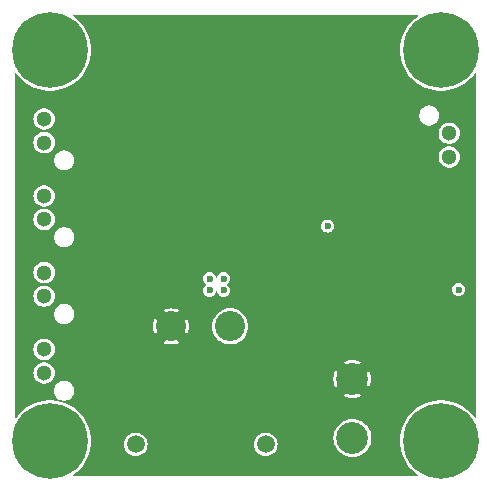
<source format=gbr>
%TF.GenerationSoftware,KiCad,Pcbnew,8.0.2*%
%TF.CreationDate,2024-05-06T11:08:47+09:00*%
%TF.ProjectId,5V-3A-BEC,35562d33-412d-4424-9543-2e6b69636164,0.1*%
%TF.SameCoordinates,Original*%
%TF.FileFunction,Copper,L5,Inr*%
%TF.FilePolarity,Positive*%
%FSLAX46Y46*%
G04 Gerber Fmt 4.6, Leading zero omitted, Abs format (unit mm)*
G04 Created by KiCad (PCBNEW 8.0.2) date 2024-05-06 11:08:47*
%MOMM*%
%LPD*%
G01*
G04 APERTURE LIST*
%TA.AperFunction,ComponentPad*%
%ADD10C,1.300000*%
%TD*%
%TA.AperFunction,ComponentPad*%
%ADD11C,0.800000*%
%TD*%
%TA.AperFunction,ComponentPad*%
%ADD12C,6.400000*%
%TD*%
%TA.AperFunction,ComponentPad*%
%ADD13C,2.550000*%
%TD*%
%TA.AperFunction,ComponentPad*%
%ADD14C,1.500000*%
%TD*%
%TA.AperFunction,ComponentPad*%
%ADD15C,2.700000*%
%TD*%
%TA.AperFunction,ViaPad*%
%ADD16C,0.600000*%
%TD*%
G04 APERTURE END LIST*
D10*
%TO.N,Net-(IC1-ENA)*%
%TO.C,J1*%
X134700000Y-113500000D03*
%TO.N,GND*%
X134700000Y-115500000D03*
%TD*%
%TO.N,GND*%
%TO.C,J6*%
X100400000Y-127300000D03*
%TO.N,+5V*%
X100400000Y-125300000D03*
%TD*%
D11*
%TO.N,N/C*%
%TO.C,H4*%
X131600000Y-106450001D03*
X132302944Y-104752945D03*
X132302944Y-108147057D03*
X134000000Y-104050001D03*
D12*
X134000000Y-106450001D03*
D11*
X134000000Y-108850001D03*
X135697056Y-104752945D03*
X135697056Y-108147057D03*
X136400000Y-106450001D03*
%TD*%
D10*
%TO.N,GND*%
%TO.C,J5*%
X100400000Y-120800000D03*
%TO.N,+5V*%
X100400000Y-118800000D03*
%TD*%
D11*
%TO.N,N/C*%
%TO.C,H1*%
X98500000Y-106450001D03*
X99202944Y-104752945D03*
X99202944Y-108147057D03*
X100900000Y-104050001D03*
D12*
X100900000Y-106450001D03*
D11*
X100900000Y-108850001D03*
X102597056Y-104752945D03*
X102597056Y-108147057D03*
X103300000Y-106450001D03*
%TD*%
D10*
%TO.N,GND*%
%TO.C,J7*%
X100400000Y-133800000D03*
%TO.N,+5V*%
X100400000Y-131800000D03*
%TD*%
D13*
%TO.N,GND*%
%TO.C,J2*%
X116150000Y-129850000D03*
%TO.N,+BATT*%
X111150000Y-129850000D03*
D14*
%TO.N,GND*%
X108150000Y-139850000D03*
X119150000Y-139850000D03*
%TD*%
D11*
%TO.N,N/C*%
%TO.C,H2*%
X98500000Y-139550001D03*
X99202944Y-137852945D03*
X99202944Y-141247057D03*
X100900000Y-137150001D03*
D12*
X100900000Y-139550001D03*
D11*
X100900000Y-141950001D03*
X102597056Y-137852945D03*
X102597056Y-141247057D03*
X103300000Y-139550001D03*
%TD*%
D15*
%TO.N,GND*%
%TO.C,J3*%
X126500000Y-139300000D03*
%TO.N,+BATT*%
X126500000Y-134300000D03*
%TD*%
D10*
%TO.N,GND*%
%TO.C,J4*%
X100400000Y-114300000D03*
%TO.N,+5V*%
X100400000Y-112300000D03*
%TD*%
D11*
%TO.N,N/C*%
%TO.C,H3*%
X131600000Y-139550001D03*
X132302944Y-137852945D03*
X132302944Y-141247057D03*
X134000000Y-137150001D03*
D12*
X134000000Y-139550001D03*
D11*
X134000000Y-141950001D03*
X135697056Y-137852945D03*
X135697056Y-141247057D03*
X136400000Y-139550001D03*
%TD*%
D16*
%TO.N,GND*%
X114400000Y-125800000D03*
X115600000Y-125800000D03*
X115600000Y-126800000D03*
X114400000Y-126800000D03*
%TO.N,+5V*%
X135500000Y-126750000D03*
%TO.N,Net-(IC1-ENA)*%
X124400000Y-121350000D03*
%TD*%
%TA.AperFunction,Conductor*%
%TO.N,+BATT*%
G36*
X132060948Y-103514853D02*
G01*
X132075300Y-103549501D01*
X132060948Y-103584149D01*
X132055956Y-103588507D01*
X131760319Y-103813245D01*
X131760315Y-103813248D01*
X131760308Y-103813254D01*
X131488367Y-104070851D01*
X131488357Y-104070861D01*
X131245853Y-104356360D01*
X131035643Y-104666395D01*
X131035639Y-104666403D01*
X130860176Y-104997362D01*
X130860174Y-104997367D01*
X130721524Y-105345352D01*
X130721521Y-105345361D01*
X130621309Y-105706293D01*
X130560706Y-106075958D01*
X130560705Y-106075962D01*
X130540426Y-106449999D01*
X130540426Y-106450002D01*
X130560705Y-106824039D01*
X130560705Y-106824041D01*
X130560706Y-106824047D01*
X130609188Y-107119775D01*
X130621309Y-107193708D01*
X130721521Y-107554640D01*
X130721524Y-107554649D01*
X130860174Y-107902634D01*
X130860176Y-107902639D01*
X131035639Y-108233598D01*
X131035643Y-108233606D01*
X131245853Y-108543641D01*
X131488357Y-108829140D01*
X131488365Y-108829148D01*
X131760319Y-109086757D01*
X132058532Y-109313452D01*
X132058539Y-109313457D01*
X132240562Y-109422976D01*
X132379506Y-109506576D01*
X132506498Y-109565329D01*
X132719474Y-109663863D01*
X133074465Y-109783474D01*
X133074467Y-109783474D01*
X133366085Y-109847663D01*
X133440289Y-109863997D01*
X133440293Y-109863998D01*
X133440294Y-109863998D01*
X133440303Y-109864000D01*
X133812702Y-109904501D01*
X133812707Y-109904501D01*
X134187293Y-109904501D01*
X134187298Y-109904501D01*
X134559697Y-109864000D01*
X134925534Y-109783474D01*
X135280520Y-109663865D01*
X135280522Y-109663863D01*
X135280525Y-109663863D01*
X135366508Y-109624082D01*
X135620494Y-109506576D01*
X135941468Y-109313452D01*
X136239681Y-109086757D01*
X136511635Y-108829148D01*
X136754143Y-108543646D01*
X136859943Y-108387601D01*
X136891266Y-108366978D01*
X136927998Y-108374543D01*
X136948622Y-108405866D01*
X136949500Y-108415100D01*
X136949500Y-137584900D01*
X136935148Y-137619548D01*
X136900500Y-137633900D01*
X136865852Y-137619548D01*
X136859943Y-137612398D01*
X136754146Y-137456360D01*
X136511642Y-137170861D01*
X136511632Y-137170851D01*
X136239691Y-136913254D01*
X136239688Y-136913252D01*
X136239681Y-136913245D01*
X135941468Y-136686550D01*
X135941467Y-136686549D01*
X135941460Y-136686544D01*
X135620492Y-136493425D01*
X135280525Y-136336138D01*
X134925534Y-136216527D01*
X134925527Y-136216526D01*
X134559710Y-136136004D01*
X134559706Y-136136003D01*
X134559697Y-136136002D01*
X134187298Y-136095501D01*
X133812702Y-136095501D01*
X133502697Y-136129216D01*
X133440293Y-136136003D01*
X133440289Y-136136004D01*
X133074472Y-136216526D01*
X133074465Y-136216527D01*
X132719474Y-136336138D01*
X132379507Y-136493425D01*
X132058539Y-136686544D01*
X131904813Y-136803403D01*
X131760319Y-136913245D01*
X131760315Y-136913248D01*
X131760308Y-136913254D01*
X131488367Y-137170851D01*
X131488357Y-137170861D01*
X131245853Y-137456360D01*
X131035643Y-137766395D01*
X131035639Y-137766403D01*
X130860176Y-138097362D01*
X130860174Y-138097367D01*
X130721524Y-138445352D01*
X130721521Y-138445361D01*
X130621309Y-138806293D01*
X130603082Y-138917472D01*
X130567212Y-139136275D01*
X130560706Y-139175958D01*
X130560705Y-139175962D01*
X130540426Y-139549999D01*
X130540426Y-139550002D01*
X130560705Y-139924039D01*
X130560705Y-139924041D01*
X130560706Y-139924047D01*
X130609188Y-140219775D01*
X130621309Y-140293708D01*
X130721521Y-140654640D01*
X130721524Y-140654649D01*
X130860174Y-141002634D01*
X130860176Y-141002639D01*
X131035639Y-141333598D01*
X131035643Y-141333606D01*
X131245853Y-141643641D01*
X131488357Y-141929140D01*
X131488365Y-141929148D01*
X131760319Y-142186757D01*
X131970340Y-142346410D01*
X132055954Y-142411492D01*
X132074851Y-142443886D01*
X132065309Y-142480155D01*
X132032915Y-142499052D01*
X132026300Y-142499501D01*
X102873700Y-142499501D01*
X102839052Y-142485149D01*
X102824700Y-142450501D01*
X102839052Y-142415853D01*
X102844046Y-142411492D01*
X103139681Y-142186757D01*
X103411635Y-141929148D01*
X103654143Y-141643646D01*
X103864361Y-141333598D01*
X104039824Y-141002638D01*
X104178476Y-140654648D01*
X104278691Y-140293707D01*
X104339294Y-139924047D01*
X104343309Y-139849999D01*
X107140640Y-139849999D01*
X107140640Y-139850000D01*
X107160034Y-140046912D01*
X107160035Y-140046916D01*
X107217473Y-140236265D01*
X107248177Y-140293708D01*
X107310751Y-140410775D01*
X107436273Y-140563723D01*
X107436276Y-140563726D01*
X107589225Y-140689248D01*
X107589224Y-140689248D01*
X107589227Y-140689249D01*
X107589230Y-140689252D01*
X107763735Y-140782527D01*
X107953084Y-140839965D01*
X108150000Y-140859360D01*
X108346916Y-140839965D01*
X108536265Y-140782527D01*
X108710770Y-140689252D01*
X108863725Y-140563725D01*
X108989252Y-140410770D01*
X109082527Y-140236265D01*
X109139965Y-140046916D01*
X109159360Y-139850000D01*
X109159360Y-139849999D01*
X118140640Y-139849999D01*
X118140640Y-139850000D01*
X118160034Y-140046912D01*
X118160035Y-140046916D01*
X118217473Y-140236265D01*
X118248177Y-140293708D01*
X118310751Y-140410775D01*
X118436273Y-140563723D01*
X118436276Y-140563726D01*
X118589225Y-140689248D01*
X118589224Y-140689248D01*
X118589227Y-140689249D01*
X118589230Y-140689252D01*
X118763735Y-140782527D01*
X118953084Y-140839965D01*
X119150000Y-140859360D01*
X119346916Y-140839965D01*
X119536265Y-140782527D01*
X119710770Y-140689252D01*
X119863725Y-140563725D01*
X119989252Y-140410770D01*
X120082527Y-140236265D01*
X120139965Y-140046916D01*
X120159360Y-139850000D01*
X120139965Y-139653084D01*
X120082527Y-139463735D01*
X119995009Y-139300000D01*
X124890539Y-139300000D01*
X124910354Y-139551777D01*
X124969311Y-139797349D01*
X125065961Y-140030683D01*
X125065963Y-140030686D01*
X125197915Y-140246011D01*
X125197919Y-140246017D01*
X125361938Y-140438061D01*
X125509075Y-140563726D01*
X125553983Y-140602081D01*
X125553988Y-140602084D01*
X125769313Y-140734036D01*
X125769316Y-140734038D01*
X125769318Y-140734038D01*
X125769320Y-140734040D01*
X126002649Y-140830688D01*
X126248225Y-140889646D01*
X126500000Y-140909461D01*
X126751775Y-140889646D01*
X126997351Y-140830688D01*
X127230680Y-140734040D01*
X127446017Y-140602081D01*
X127638061Y-140438061D01*
X127802081Y-140246017D01*
X127934040Y-140030680D01*
X128030688Y-139797351D01*
X128089646Y-139551775D01*
X128109461Y-139300000D01*
X128089646Y-139048225D01*
X128030688Y-138802649D01*
X127934040Y-138569320D01*
X127802081Y-138353983D01*
X127778145Y-138325958D01*
X127638061Y-138161938D01*
X127446017Y-137997919D01*
X127446011Y-137997915D01*
X127230686Y-137865963D01*
X127230683Y-137865961D01*
X126997349Y-137769311D01*
X126751777Y-137710354D01*
X126500000Y-137690539D01*
X126248222Y-137710354D01*
X126002650Y-137769311D01*
X125769316Y-137865961D01*
X125769313Y-137865963D01*
X125553988Y-137997915D01*
X125553982Y-137997919D01*
X125361938Y-138161938D01*
X125197919Y-138353982D01*
X125197915Y-138353988D01*
X125065963Y-138569313D01*
X125065961Y-138569316D01*
X124969311Y-138802650D01*
X124910354Y-139048222D01*
X124890539Y-139300000D01*
X119995009Y-139300000D01*
X119989252Y-139289230D01*
X119989249Y-139289227D01*
X119989248Y-139289224D01*
X119863726Y-139136276D01*
X119863723Y-139136273D01*
X119710774Y-139010751D01*
X119710775Y-139010751D01*
X119710771Y-139010748D01*
X119710770Y-139010748D01*
X119536265Y-138917473D01*
X119441590Y-138888754D01*
X119346920Y-138860036D01*
X119346912Y-138860034D01*
X119150000Y-138840640D01*
X118953087Y-138860034D01*
X118953079Y-138860036D01*
X118763738Y-138917472D01*
X118763735Y-138917473D01*
X118763732Y-138917474D01*
X118763731Y-138917475D01*
X118589224Y-139010751D01*
X118436276Y-139136273D01*
X118436273Y-139136276D01*
X118310751Y-139289224D01*
X118217475Y-139463731D01*
X118217472Y-139463738D01*
X118160036Y-139653079D01*
X118160034Y-139653087D01*
X118140640Y-139849999D01*
X109159360Y-139849999D01*
X109139965Y-139653084D01*
X109082527Y-139463735D01*
X108989252Y-139289230D01*
X108989249Y-139289227D01*
X108989248Y-139289224D01*
X108863726Y-139136276D01*
X108863723Y-139136273D01*
X108710774Y-139010751D01*
X108710775Y-139010751D01*
X108710771Y-139010748D01*
X108710770Y-139010748D01*
X108536265Y-138917473D01*
X108441590Y-138888754D01*
X108346920Y-138860036D01*
X108346912Y-138860034D01*
X108150000Y-138840640D01*
X107953087Y-138860034D01*
X107953079Y-138860036D01*
X107763738Y-138917472D01*
X107763735Y-138917473D01*
X107763732Y-138917474D01*
X107763731Y-138917475D01*
X107589224Y-139010751D01*
X107436276Y-139136273D01*
X107436273Y-139136276D01*
X107310751Y-139289224D01*
X107217475Y-139463731D01*
X107217472Y-139463738D01*
X107160036Y-139653079D01*
X107160034Y-139653087D01*
X107140640Y-139849999D01*
X104343309Y-139849999D01*
X104359574Y-139550001D01*
X104339294Y-139175955D01*
X104278691Y-138806295D01*
X104178476Y-138445354D01*
X104039824Y-138097364D01*
X103864361Y-137766404D01*
X103864359Y-137766401D01*
X103864356Y-137766395D01*
X103654146Y-137456360D01*
X103411642Y-137170861D01*
X103411632Y-137170851D01*
X103139691Y-136913254D01*
X103139688Y-136913252D01*
X103139681Y-136913245D01*
X102841468Y-136686550D01*
X102841467Y-136686549D01*
X102841460Y-136686544D01*
X102520492Y-136493425D01*
X102180525Y-136336138D01*
X101825534Y-136216527D01*
X101825527Y-136216526D01*
X101459710Y-136136004D01*
X101459706Y-136136003D01*
X101459697Y-136136002D01*
X101087298Y-136095501D01*
X100712702Y-136095501D01*
X100402697Y-136129216D01*
X100340293Y-136136003D01*
X100340289Y-136136004D01*
X99974472Y-136216526D01*
X99974465Y-136216527D01*
X99619474Y-136336138D01*
X99279507Y-136493425D01*
X98958539Y-136686544D01*
X98804813Y-136803403D01*
X98660319Y-136913245D01*
X98660315Y-136913248D01*
X98660308Y-136913254D01*
X98388367Y-137170851D01*
X98388357Y-137170861D01*
X98145853Y-137456360D01*
X98040057Y-137612398D01*
X98008734Y-137633022D01*
X97972002Y-137625457D01*
X97951378Y-137594134D01*
X97950500Y-137584900D01*
X97950500Y-135216233D01*
X101249500Y-135216233D01*
X101249500Y-135383767D01*
X101271189Y-135492809D01*
X101282183Y-135548079D01*
X101282185Y-135548085D01*
X101346296Y-135702862D01*
X101439371Y-135842159D01*
X101557840Y-135960628D01*
X101697137Y-136053703D01*
X101851918Y-136117816D01*
X102016233Y-136150500D01*
X102016236Y-136150500D01*
X102183764Y-136150500D01*
X102183767Y-136150500D01*
X102348082Y-136117816D01*
X102502863Y-136053703D01*
X102642162Y-135960626D01*
X102760626Y-135842162D01*
X102853703Y-135702863D01*
X102917816Y-135548082D01*
X102950500Y-135383767D01*
X102950500Y-135216233D01*
X102917816Y-135051918D01*
X102853703Y-134897137D01*
X102786096Y-134795956D01*
X102760628Y-134757840D01*
X102642159Y-134639371D01*
X102502862Y-134546296D01*
X102348085Y-134482185D01*
X102348079Y-134482183D01*
X102281816Y-134469002D01*
X102183767Y-134449500D01*
X102016233Y-134449500D01*
X101934451Y-134465767D01*
X101851920Y-134482183D01*
X101851914Y-134482185D01*
X101697137Y-134546296D01*
X101557840Y-134639371D01*
X101439371Y-134757840D01*
X101346296Y-134897137D01*
X101282185Y-135051914D01*
X101282183Y-135051920D01*
X101273103Y-135097570D01*
X101249500Y-135216233D01*
X97950500Y-135216233D01*
X97950500Y-133800000D01*
X99490518Y-133800000D01*
X99510392Y-133989092D01*
X99569147Y-134169920D01*
X99664214Y-134334580D01*
X99791438Y-134475877D01*
X99945259Y-134587635D01*
X100118955Y-134664969D01*
X100304933Y-134704500D01*
X100495067Y-134704500D01*
X100681045Y-134664969D01*
X100854741Y-134587635D01*
X101008562Y-134475877D01*
X101135786Y-134334580D01*
X101155751Y-134300000D01*
X124895052Y-134300000D01*
X124914812Y-134551072D01*
X124973603Y-134795956D01*
X125068304Y-135024586D01*
X125068305Y-135024586D01*
X125617296Y-134475596D01*
X125634586Y-134562520D01*
X125702430Y-134726310D01*
X125800924Y-134873717D01*
X125926283Y-134999076D01*
X126073690Y-135097570D01*
X126237480Y-135165414D01*
X126324402Y-135182703D01*
X125775412Y-135731693D01*
X125775412Y-135731694D01*
X126004043Y-135826396D01*
X126248927Y-135885187D01*
X126500000Y-135904947D01*
X126751072Y-135885187D01*
X126995954Y-135826396D01*
X127224586Y-135731693D01*
X126675596Y-135182703D01*
X126762520Y-135165414D01*
X126926310Y-135097570D01*
X127073717Y-134999076D01*
X127199076Y-134873717D01*
X127297570Y-134726310D01*
X127365414Y-134562520D01*
X127382703Y-134475596D01*
X127931693Y-135024586D01*
X128026396Y-134795954D01*
X128085187Y-134551072D01*
X128104947Y-134300000D01*
X128085187Y-134048927D01*
X128026396Y-133804043D01*
X127931694Y-133575412D01*
X127931693Y-133575412D01*
X127382703Y-134124402D01*
X127365414Y-134037480D01*
X127297570Y-133873690D01*
X127199076Y-133726283D01*
X127073717Y-133600924D01*
X126926310Y-133502430D01*
X126762520Y-133434586D01*
X126675595Y-133417295D01*
X127224586Y-132868305D01*
X127224586Y-132868304D01*
X126995956Y-132773603D01*
X126751072Y-132714812D01*
X126500000Y-132695052D01*
X126248927Y-132714812D01*
X126004043Y-132773603D01*
X125775412Y-132868304D01*
X125775412Y-132868305D01*
X126324403Y-133417296D01*
X126237480Y-133434586D01*
X126073690Y-133502430D01*
X125926283Y-133600924D01*
X125800924Y-133726283D01*
X125702430Y-133873690D01*
X125634586Y-134037480D01*
X125617296Y-134124403D01*
X125068305Y-133575412D01*
X125068304Y-133575412D01*
X124973603Y-133804043D01*
X124914812Y-134048927D01*
X124895052Y-134300000D01*
X101155751Y-134300000D01*
X101230853Y-134169920D01*
X101289608Y-133989092D01*
X101309482Y-133800000D01*
X101289608Y-133610908D01*
X101230853Y-133430080D01*
X101135786Y-133265420D01*
X101008562Y-133124123D01*
X100854741Y-133012365D01*
X100681045Y-132935031D01*
X100681042Y-132935030D01*
X100681038Y-132935029D01*
X100495067Y-132895500D01*
X100304933Y-132895500D01*
X100118961Y-132935029D01*
X100118952Y-132935032D01*
X99945259Y-133012365D01*
X99791438Y-133124123D01*
X99791437Y-133124124D01*
X99791433Y-133124127D01*
X99664217Y-133265416D01*
X99664211Y-133265424D01*
X99569149Y-133430076D01*
X99569147Y-133430079D01*
X99516246Y-133592892D01*
X99510392Y-133610908D01*
X99490518Y-133800000D01*
X97950500Y-133800000D01*
X97950500Y-131800000D01*
X99490518Y-131800000D01*
X99510392Y-131989092D01*
X99569147Y-132169920D01*
X99664214Y-132334580D01*
X99791438Y-132475877D01*
X99945259Y-132587635D01*
X100118955Y-132664969D01*
X100304933Y-132704500D01*
X100495067Y-132704500D01*
X100681045Y-132664969D01*
X100854741Y-132587635D01*
X101008562Y-132475877D01*
X101135786Y-132334580D01*
X101230853Y-132169920D01*
X101289608Y-131989092D01*
X101309482Y-131800000D01*
X101289608Y-131610908D01*
X101230853Y-131430080D01*
X101135786Y-131265420D01*
X101008562Y-131124123D01*
X100854741Y-131012365D01*
X100681045Y-130935031D01*
X100681042Y-130935030D01*
X100681038Y-130935029D01*
X100495067Y-130895500D01*
X100304933Y-130895500D01*
X100118961Y-130935029D01*
X100118952Y-130935032D01*
X99945259Y-131012365D01*
X99791438Y-131124123D01*
X99791437Y-131124124D01*
X99791433Y-131124127D01*
X99664217Y-131265416D01*
X99664211Y-131265424D01*
X99569149Y-131430076D01*
X99569147Y-131430079D01*
X99569147Y-131430080D01*
X99510392Y-131610908D01*
X99490518Y-131800000D01*
X97950500Y-131800000D01*
X97950500Y-129850000D01*
X109620284Y-129850000D01*
X109639117Y-130089302D01*
X109695153Y-130322708D01*
X109775707Y-130517183D01*
X109775708Y-130517183D01*
X110309817Y-129983074D01*
X110332665Y-130097936D01*
X110396740Y-130252626D01*
X110489762Y-130391844D01*
X110608156Y-130510238D01*
X110747374Y-130603260D01*
X110902064Y-130667335D01*
X111016924Y-130690182D01*
X110482815Y-131224290D01*
X110677293Y-131304846D01*
X110910697Y-131360882D01*
X111150000Y-131379715D01*
X111389302Y-131360882D01*
X111622706Y-131304846D01*
X111817183Y-131224290D01*
X111283075Y-130690182D01*
X111397936Y-130667335D01*
X111552626Y-130603260D01*
X111691844Y-130510238D01*
X111810238Y-130391844D01*
X111903260Y-130252626D01*
X111967335Y-130097936D01*
X111990182Y-129983075D01*
X112524290Y-130517183D01*
X112604846Y-130322706D01*
X112660882Y-130089302D01*
X112679715Y-129850000D01*
X114615770Y-129850000D01*
X114634659Y-130090008D01*
X114690860Y-130324103D01*
X114782990Y-130546524D01*
X114782994Y-130546532D01*
X114908778Y-130751792D01*
X114908782Y-130751798D01*
X115065135Y-130934864D01*
X115221489Y-131068402D01*
X115248202Y-131091218D01*
X115248207Y-131091221D01*
X115301904Y-131124127D01*
X115453474Y-131217009D01*
X115564685Y-131263074D01*
X115675896Y-131309139D01*
X115784009Y-131335094D01*
X115909994Y-131365341D01*
X116150000Y-131384230D01*
X116390006Y-131365341D01*
X116624103Y-131309139D01*
X116846526Y-131217009D01*
X117051798Y-131091218D01*
X117234864Y-130934864D01*
X117391218Y-130751798D01*
X117517009Y-130546526D01*
X117609139Y-130324103D01*
X117665341Y-130090006D01*
X117684230Y-129850000D01*
X117665341Y-129609994D01*
X117609139Y-129375897D01*
X117595164Y-129342159D01*
X117517009Y-129153475D01*
X117517005Y-129153467D01*
X117391221Y-128948207D01*
X117391217Y-128948201D01*
X117234864Y-128765135D01*
X117051798Y-128608782D01*
X117051792Y-128608778D01*
X116846532Y-128482994D01*
X116846524Y-128482990D01*
X116624103Y-128390860D01*
X116390008Y-128334659D01*
X116150000Y-128315770D01*
X115909991Y-128334659D01*
X115675896Y-128390860D01*
X115453475Y-128482990D01*
X115453467Y-128482994D01*
X115248207Y-128608778D01*
X115248201Y-128608782D01*
X115065135Y-128765135D01*
X114908782Y-128948201D01*
X114908778Y-128948207D01*
X114782994Y-129153467D01*
X114782990Y-129153475D01*
X114690860Y-129375896D01*
X114634659Y-129609991D01*
X114615770Y-129850000D01*
X112679715Y-129850000D01*
X112660882Y-129610697D01*
X112604846Y-129377293D01*
X112524290Y-129182815D01*
X111990182Y-129716923D01*
X111967335Y-129602064D01*
X111903260Y-129447374D01*
X111810238Y-129308156D01*
X111691844Y-129189762D01*
X111552626Y-129096740D01*
X111397936Y-129032665D01*
X111283073Y-129009817D01*
X111817183Y-128475708D01*
X111817183Y-128475707D01*
X111622708Y-128395153D01*
X111389302Y-128339117D01*
X111150000Y-128320284D01*
X110910697Y-128339117D01*
X110677291Y-128395153D01*
X110482815Y-128475707D01*
X110482815Y-128475708D01*
X111016924Y-129009817D01*
X110902064Y-129032665D01*
X110747374Y-129096740D01*
X110608156Y-129189762D01*
X110489762Y-129308156D01*
X110396740Y-129447374D01*
X110332665Y-129602064D01*
X110309817Y-129716924D01*
X109775708Y-129182815D01*
X109775707Y-129182815D01*
X109695153Y-129377291D01*
X109639117Y-129610697D01*
X109620284Y-129850000D01*
X97950500Y-129850000D01*
X97950500Y-128716233D01*
X101249500Y-128716233D01*
X101249500Y-128883767D01*
X101262317Y-128948201D01*
X101282183Y-129048079D01*
X101282185Y-129048085D01*
X101346296Y-129202862D01*
X101439371Y-129342159D01*
X101557840Y-129460628D01*
X101697137Y-129553703D01*
X101851918Y-129617816D01*
X102016233Y-129650500D01*
X102016236Y-129650500D01*
X102183764Y-129650500D01*
X102183767Y-129650500D01*
X102348082Y-129617816D01*
X102502863Y-129553703D01*
X102642162Y-129460626D01*
X102760626Y-129342162D01*
X102853703Y-129202863D01*
X102917816Y-129048082D01*
X102950500Y-128883767D01*
X102950500Y-128716233D01*
X102917816Y-128551918D01*
X102853703Y-128397137D01*
X102852377Y-128395153D01*
X102760628Y-128257840D01*
X102642159Y-128139371D01*
X102502862Y-128046296D01*
X102348085Y-127982185D01*
X102348079Y-127982183D01*
X102281816Y-127969002D01*
X102183767Y-127949500D01*
X102016233Y-127949500D01*
X101934451Y-127965767D01*
X101851920Y-127982183D01*
X101851914Y-127982185D01*
X101697137Y-128046296D01*
X101557840Y-128139371D01*
X101439371Y-128257840D01*
X101346296Y-128397137D01*
X101282185Y-128551914D01*
X101282183Y-128551920D01*
X101270874Y-128608778D01*
X101249500Y-128716233D01*
X97950500Y-128716233D01*
X97950500Y-127300000D01*
X99490518Y-127300000D01*
X99510392Y-127489092D01*
X99569147Y-127669920D01*
X99664214Y-127834580D01*
X99791438Y-127975877D01*
X99945259Y-128087635D01*
X100118955Y-128164969D01*
X100304933Y-128204500D01*
X100495067Y-128204500D01*
X100681045Y-128164969D01*
X100854741Y-128087635D01*
X101008562Y-127975877D01*
X101135786Y-127834580D01*
X101230853Y-127669920D01*
X101289608Y-127489092D01*
X101309482Y-127300000D01*
X101289608Y-127110908D01*
X101230853Y-126930080D01*
X101135786Y-126765420D01*
X101008562Y-126624123D01*
X100854741Y-126512365D01*
X100681045Y-126435031D01*
X100681042Y-126435030D01*
X100681038Y-126435029D01*
X100495067Y-126395500D01*
X100304933Y-126395500D01*
X100118961Y-126435029D01*
X100118952Y-126435032D01*
X99945259Y-126512365D01*
X99791438Y-126624123D01*
X99791437Y-126624124D01*
X99791433Y-126624127D01*
X99664217Y-126765416D01*
X99664211Y-126765424D01*
X99569149Y-126930076D01*
X99569147Y-126930079D01*
X99520551Y-127079643D01*
X99510392Y-127110908D01*
X99490518Y-127300000D01*
X97950500Y-127300000D01*
X97950500Y-125300000D01*
X99490518Y-125300000D01*
X99510392Y-125489092D01*
X99569147Y-125669920D01*
X99569149Y-125669923D01*
X99659993Y-125827270D01*
X99664214Y-125834580D01*
X99664217Y-125834583D01*
X99763414Y-125944754D01*
X99791438Y-125975877D01*
X99945259Y-126087635D01*
X100118955Y-126164969D01*
X100304933Y-126204500D01*
X100495067Y-126204500D01*
X100681045Y-126164969D01*
X100854741Y-126087635D01*
X101008562Y-125975877D01*
X101135786Y-125834580D01*
X101155751Y-125800000D01*
X113840715Y-125800000D01*
X113859771Y-125944753D01*
X113915642Y-126079638D01*
X113915645Y-126079643D01*
X113921777Y-126087635D01*
X114004526Y-126195474D01*
X114090085Y-126261126D01*
X114108836Y-126293605D01*
X114099129Y-126329830D01*
X114090085Y-126338874D01*
X114004524Y-126404527D01*
X113915645Y-126520357D01*
X113915644Y-126520359D01*
X113859771Y-126655247D01*
X113840715Y-126800000D01*
X113859771Y-126944753D01*
X113915642Y-127079638D01*
X113915645Y-127079643D01*
X113966158Y-127145473D01*
X114004526Y-127195474D01*
X114120357Y-127284355D01*
X114120359Y-127284355D01*
X114120361Y-127284357D01*
X114180543Y-127309285D01*
X114255246Y-127340228D01*
X114400000Y-127359285D01*
X114544754Y-127340228D01*
X114679643Y-127284355D01*
X114795474Y-127195474D01*
X114884355Y-127079643D01*
X114940228Y-126944754D01*
X114951419Y-126859747D01*
X114970171Y-126827270D01*
X115006396Y-126817563D01*
X115038874Y-126836315D01*
X115048581Y-126859748D01*
X115059771Y-126944753D01*
X115115642Y-127079638D01*
X115115645Y-127079643D01*
X115166158Y-127145473D01*
X115204526Y-127195474D01*
X115320357Y-127284355D01*
X115320359Y-127284355D01*
X115320361Y-127284357D01*
X115380543Y-127309285D01*
X115455246Y-127340228D01*
X115600000Y-127359285D01*
X115744754Y-127340228D01*
X115879643Y-127284355D01*
X115995474Y-127195474D01*
X116084355Y-127079643D01*
X116140228Y-126944754D01*
X116159285Y-126800000D01*
X116152702Y-126750000D01*
X134940715Y-126750000D01*
X134959771Y-126894753D01*
X135015642Y-127029638D01*
X135015645Y-127029643D01*
X135078001Y-127110907D01*
X135104526Y-127145474D01*
X135220357Y-127234355D01*
X135220359Y-127234355D01*
X135220361Y-127234357D01*
X135341065Y-127284354D01*
X135355246Y-127290228D01*
X135500000Y-127309285D01*
X135644754Y-127290228D01*
X135779643Y-127234355D01*
X135895474Y-127145474D01*
X135984355Y-127029643D01*
X136040228Y-126894754D01*
X136059285Y-126750000D01*
X136040228Y-126605246D01*
X135984355Y-126470358D01*
X135895474Y-126354526D01*
X135779643Y-126265645D01*
X135779641Y-126265644D01*
X135779638Y-126265642D01*
X135644753Y-126209771D01*
X135500000Y-126190715D01*
X135355247Y-126209771D01*
X135220359Y-126265644D01*
X135220357Y-126265645D01*
X135104526Y-126354525D01*
X135104525Y-126354526D01*
X135015645Y-126470357D01*
X135015644Y-126470359D01*
X134959771Y-126605247D01*
X134940715Y-126750000D01*
X116152702Y-126750000D01*
X116140228Y-126655246D01*
X116084355Y-126520358D01*
X115995474Y-126404526D01*
X115909914Y-126338873D01*
X115891163Y-126306396D01*
X115900870Y-126270171D01*
X115909915Y-126261126D01*
X115995474Y-126195474D01*
X116084355Y-126079643D01*
X116140228Y-125944754D01*
X116159285Y-125800000D01*
X116140228Y-125655246D01*
X116084355Y-125520358D01*
X115995474Y-125404526D01*
X115879643Y-125315645D01*
X115879641Y-125315644D01*
X115879638Y-125315642D01*
X115744753Y-125259771D01*
X115600000Y-125240715D01*
X115455247Y-125259771D01*
X115320359Y-125315644D01*
X115320357Y-125315645D01*
X115204526Y-125404525D01*
X115204525Y-125404526D01*
X115115645Y-125520357D01*
X115115644Y-125520359D01*
X115059771Y-125655247D01*
X115048581Y-125740251D01*
X115029829Y-125772729D01*
X114993604Y-125782436D01*
X114961126Y-125763684D01*
X114951419Y-125740251D01*
X114940228Y-125655247D01*
X114884355Y-125520359D01*
X114884354Y-125520357D01*
X114795474Y-125404526D01*
X114795473Y-125404525D01*
X114679643Y-125315645D01*
X114679638Y-125315642D01*
X114544753Y-125259771D01*
X114400000Y-125240715D01*
X114255247Y-125259771D01*
X114120359Y-125315644D01*
X114120357Y-125315645D01*
X114004526Y-125404525D01*
X114004525Y-125404526D01*
X113915645Y-125520357D01*
X113915644Y-125520359D01*
X113859771Y-125655247D01*
X113840715Y-125800000D01*
X101155751Y-125800000D01*
X101230853Y-125669920D01*
X101289608Y-125489092D01*
X101309482Y-125300000D01*
X101289608Y-125110908D01*
X101230853Y-124930080D01*
X101135786Y-124765420D01*
X101008562Y-124624123D01*
X100854741Y-124512365D01*
X100681045Y-124435031D01*
X100681042Y-124435030D01*
X100681038Y-124435029D01*
X100495067Y-124395500D01*
X100304933Y-124395500D01*
X100118961Y-124435029D01*
X100118952Y-124435032D01*
X99945259Y-124512365D01*
X99791438Y-124624123D01*
X99791437Y-124624124D01*
X99791433Y-124624127D01*
X99664217Y-124765416D01*
X99664211Y-124765424D01*
X99569149Y-124930076D01*
X99569147Y-124930079D01*
X99510392Y-125110907D01*
X99490518Y-125300000D01*
X97950500Y-125300000D01*
X97950500Y-122216233D01*
X101249500Y-122216233D01*
X101249500Y-122383767D01*
X101271189Y-122492809D01*
X101282183Y-122548079D01*
X101282185Y-122548085D01*
X101346296Y-122702862D01*
X101439371Y-122842159D01*
X101557840Y-122960628D01*
X101697137Y-123053703D01*
X101851918Y-123117816D01*
X102016233Y-123150500D01*
X102016236Y-123150500D01*
X102183764Y-123150500D01*
X102183767Y-123150500D01*
X102348082Y-123117816D01*
X102502863Y-123053703D01*
X102642162Y-122960626D01*
X102760626Y-122842162D01*
X102853703Y-122702863D01*
X102917816Y-122548082D01*
X102950500Y-122383767D01*
X102950500Y-122216233D01*
X102917816Y-122051918D01*
X102853703Y-121897137D01*
X102811755Y-121834357D01*
X102760628Y-121757840D01*
X102642159Y-121639371D01*
X102502862Y-121546296D01*
X102348085Y-121482185D01*
X102348079Y-121482183D01*
X102281816Y-121469002D01*
X102183767Y-121449500D01*
X102016233Y-121449500D01*
X101934451Y-121465767D01*
X101851920Y-121482183D01*
X101851914Y-121482185D01*
X101697137Y-121546296D01*
X101557840Y-121639371D01*
X101439371Y-121757840D01*
X101346296Y-121897137D01*
X101282185Y-122051914D01*
X101282183Y-122051920D01*
X101265767Y-122134451D01*
X101249500Y-122216233D01*
X97950500Y-122216233D01*
X97950500Y-120800000D01*
X99490518Y-120800000D01*
X99510392Y-120989092D01*
X99569147Y-121169920D01*
X99664214Y-121334580D01*
X99791438Y-121475877D01*
X99945259Y-121587635D01*
X100118955Y-121664969D01*
X100304933Y-121704500D01*
X100495067Y-121704500D01*
X100681045Y-121664969D01*
X100854741Y-121587635D01*
X101008562Y-121475877D01*
X101121902Y-121350000D01*
X123840715Y-121350000D01*
X123859771Y-121494753D01*
X123915642Y-121629638D01*
X123915645Y-121629643D01*
X124004526Y-121745474D01*
X124120357Y-121834355D01*
X124120359Y-121834355D01*
X124120361Y-121834357D01*
X124255246Y-121890228D01*
X124400000Y-121909285D01*
X124544754Y-121890228D01*
X124679643Y-121834355D01*
X124795474Y-121745474D01*
X124884355Y-121629643D01*
X124940228Y-121494754D01*
X124959285Y-121350000D01*
X124940228Y-121205246D01*
X124884355Y-121070358D01*
X124795474Y-120954526D01*
X124679643Y-120865645D01*
X124679641Y-120865644D01*
X124679638Y-120865642D01*
X124544753Y-120809771D01*
X124400000Y-120790715D01*
X124255247Y-120809771D01*
X124120359Y-120865644D01*
X124120357Y-120865645D01*
X124004526Y-120954525D01*
X124004525Y-120954526D01*
X123915645Y-121070357D01*
X123915644Y-121070359D01*
X123859771Y-121205247D01*
X123840715Y-121350000D01*
X101121902Y-121350000D01*
X101135786Y-121334580D01*
X101230853Y-121169920D01*
X101289608Y-120989092D01*
X101309482Y-120800000D01*
X101289608Y-120610908D01*
X101230853Y-120430080D01*
X101135786Y-120265420D01*
X101008562Y-120124123D01*
X100854741Y-120012365D01*
X100681045Y-119935031D01*
X100681042Y-119935030D01*
X100681038Y-119935029D01*
X100495067Y-119895500D01*
X100304933Y-119895500D01*
X100118961Y-119935029D01*
X100118952Y-119935032D01*
X99945259Y-120012365D01*
X99791438Y-120124123D01*
X99791437Y-120124124D01*
X99791433Y-120124127D01*
X99664217Y-120265416D01*
X99664211Y-120265424D01*
X99569149Y-120430076D01*
X99569147Y-120430079D01*
X99569147Y-120430080D01*
X99510392Y-120610908D01*
X99490518Y-120800000D01*
X97950500Y-120800000D01*
X97950500Y-118800000D01*
X99490518Y-118800000D01*
X99510392Y-118989092D01*
X99569147Y-119169920D01*
X99664214Y-119334580D01*
X99791438Y-119475877D01*
X99945259Y-119587635D01*
X100118955Y-119664969D01*
X100304933Y-119704500D01*
X100495067Y-119704500D01*
X100681045Y-119664969D01*
X100854741Y-119587635D01*
X101008562Y-119475877D01*
X101135786Y-119334580D01*
X101230853Y-119169920D01*
X101289608Y-118989092D01*
X101309482Y-118800000D01*
X101289608Y-118610908D01*
X101230853Y-118430080D01*
X101135786Y-118265420D01*
X101008562Y-118124123D01*
X100854741Y-118012365D01*
X100681045Y-117935031D01*
X100681042Y-117935030D01*
X100681038Y-117935029D01*
X100495067Y-117895500D01*
X100304933Y-117895500D01*
X100118961Y-117935029D01*
X100118952Y-117935032D01*
X99945259Y-118012365D01*
X99791438Y-118124123D01*
X99791437Y-118124124D01*
X99791433Y-118124127D01*
X99664217Y-118265416D01*
X99664211Y-118265424D01*
X99569149Y-118430076D01*
X99569147Y-118430079D01*
X99569147Y-118430080D01*
X99510392Y-118610908D01*
X99490518Y-118800000D01*
X97950500Y-118800000D01*
X97950500Y-115716233D01*
X101249500Y-115716233D01*
X101249500Y-115883767D01*
X101271189Y-115992809D01*
X101282183Y-116048079D01*
X101282185Y-116048085D01*
X101346296Y-116202862D01*
X101439371Y-116342159D01*
X101557840Y-116460628D01*
X101697137Y-116553703D01*
X101851918Y-116617816D01*
X102016233Y-116650500D01*
X102016236Y-116650500D01*
X102183764Y-116650500D01*
X102183767Y-116650500D01*
X102348082Y-116617816D01*
X102502863Y-116553703D01*
X102642162Y-116460626D01*
X102760626Y-116342162D01*
X102853703Y-116202863D01*
X102917816Y-116048082D01*
X102950500Y-115883767D01*
X102950500Y-115716233D01*
X102917816Y-115551918D01*
X102896311Y-115500000D01*
X133790518Y-115500000D01*
X133810392Y-115689092D01*
X133869147Y-115869920D01*
X133964214Y-116034580D01*
X134091438Y-116175877D01*
X134245259Y-116287635D01*
X134418955Y-116364969D01*
X134604933Y-116404500D01*
X134795067Y-116404500D01*
X134981045Y-116364969D01*
X135154741Y-116287635D01*
X135308562Y-116175877D01*
X135435786Y-116034580D01*
X135530853Y-115869920D01*
X135589608Y-115689092D01*
X135609482Y-115500000D01*
X135589608Y-115310908D01*
X135530853Y-115130080D01*
X135435786Y-114965420D01*
X135372174Y-114894771D01*
X135308566Y-114824127D01*
X135308564Y-114824126D01*
X135308562Y-114824123D01*
X135154741Y-114712365D01*
X134981045Y-114635031D01*
X134981042Y-114635030D01*
X134981038Y-114635029D01*
X134795067Y-114595500D01*
X134604933Y-114595500D01*
X134418961Y-114635029D01*
X134418952Y-114635032D01*
X134245259Y-114712365D01*
X134091438Y-114824123D01*
X134091437Y-114824124D01*
X134091433Y-114824127D01*
X133964217Y-114965416D01*
X133964211Y-114965424D01*
X133869149Y-115130076D01*
X133869147Y-115130079D01*
X133827636Y-115257838D01*
X133810392Y-115310908D01*
X133790518Y-115500000D01*
X102896311Y-115500000D01*
X102853703Y-115397137D01*
X102760628Y-115257840D01*
X102642159Y-115139371D01*
X102502862Y-115046296D01*
X102348085Y-114982185D01*
X102348079Y-114982183D01*
X102263823Y-114965424D01*
X102183767Y-114949500D01*
X102016233Y-114949500D01*
X101936217Y-114965416D01*
X101851920Y-114982183D01*
X101851914Y-114982185D01*
X101697137Y-115046296D01*
X101557840Y-115139371D01*
X101439371Y-115257840D01*
X101346296Y-115397137D01*
X101282185Y-115551914D01*
X101282183Y-115551920D01*
X101265767Y-115634451D01*
X101249500Y-115716233D01*
X97950500Y-115716233D01*
X97950500Y-114300000D01*
X99490518Y-114300000D01*
X99510392Y-114489092D01*
X99569147Y-114669920D01*
X99664214Y-114834580D01*
X99664217Y-114834583D01*
X99782022Y-114965420D01*
X99791438Y-114975877D01*
X99945259Y-115087635D01*
X100118955Y-115164969D01*
X100304933Y-115204500D01*
X100495067Y-115204500D01*
X100681045Y-115164969D01*
X100854741Y-115087635D01*
X101008562Y-114975877D01*
X101135786Y-114834580D01*
X101230853Y-114669920D01*
X101289608Y-114489092D01*
X101309482Y-114300000D01*
X101289608Y-114110908D01*
X101230853Y-113930080D01*
X101135786Y-113765420D01*
X101008562Y-113624123D01*
X100854741Y-113512365D01*
X100826969Y-113500000D01*
X133790518Y-113500000D01*
X133810392Y-113689092D01*
X133869147Y-113869920D01*
X133964214Y-114034580D01*
X134091438Y-114175877D01*
X134245259Y-114287635D01*
X134418955Y-114364969D01*
X134604933Y-114404500D01*
X134795067Y-114404500D01*
X134981045Y-114364969D01*
X135154741Y-114287635D01*
X135308562Y-114175877D01*
X135435786Y-114034580D01*
X135530853Y-113869920D01*
X135589608Y-113689092D01*
X135609482Y-113500000D01*
X135589608Y-113310908D01*
X135530853Y-113130080D01*
X135435786Y-112965420D01*
X135332312Y-112850500D01*
X135308566Y-112824127D01*
X135308564Y-112824126D01*
X135308562Y-112824123D01*
X135154741Y-112712365D01*
X134981045Y-112635031D01*
X134981042Y-112635030D01*
X134981038Y-112635029D01*
X134795067Y-112595500D01*
X134604933Y-112595500D01*
X134418961Y-112635029D01*
X134418952Y-112635032D01*
X134245259Y-112712365D01*
X134091438Y-112824123D01*
X134091437Y-112824124D01*
X134091433Y-112824127D01*
X133964217Y-112965416D01*
X133964211Y-112965424D01*
X133869149Y-113130076D01*
X133869147Y-113130079D01*
X133857811Y-113164969D01*
X133810392Y-113310908D01*
X133790518Y-113500000D01*
X100826969Y-113500000D01*
X100681045Y-113435031D01*
X100681042Y-113435030D01*
X100681038Y-113435029D01*
X100495067Y-113395500D01*
X100304933Y-113395500D01*
X100118961Y-113435029D01*
X100118952Y-113435032D01*
X99973031Y-113500000D01*
X99945259Y-113512365D01*
X99791438Y-113624123D01*
X99791437Y-113624124D01*
X99791433Y-113624127D01*
X99664217Y-113765416D01*
X99664211Y-113765424D01*
X99569149Y-113930076D01*
X99569147Y-113930079D01*
X99535192Y-114034583D01*
X99510392Y-114110908D01*
X99490518Y-114300000D01*
X97950500Y-114300000D01*
X97950500Y-112300000D01*
X99490518Y-112300000D01*
X99510392Y-112489092D01*
X99569147Y-112669920D01*
X99664214Y-112834580D01*
X99711923Y-112887566D01*
X99782022Y-112965420D01*
X99791438Y-112975877D01*
X99945259Y-113087635D01*
X100118955Y-113164969D01*
X100304933Y-113204500D01*
X100495067Y-113204500D01*
X100681045Y-113164969D01*
X100854741Y-113087635D01*
X101008562Y-112975877D01*
X101135786Y-112834580D01*
X101230853Y-112669920D01*
X101289608Y-112489092D01*
X101309482Y-112300000D01*
X101289608Y-112110908D01*
X101230853Y-111930080D01*
X101222858Y-111916233D01*
X132149500Y-111916233D01*
X132149500Y-112083767D01*
X132154899Y-112110908D01*
X132182183Y-112248079D01*
X132182185Y-112248085D01*
X132246296Y-112402862D01*
X132339371Y-112542159D01*
X132457840Y-112660628D01*
X132597137Y-112753703D01*
X132751918Y-112817816D01*
X132916233Y-112850500D01*
X132916236Y-112850500D01*
X133083764Y-112850500D01*
X133083767Y-112850500D01*
X133248082Y-112817816D01*
X133402863Y-112753703D01*
X133542162Y-112660626D01*
X133660626Y-112542162D01*
X133753703Y-112402863D01*
X133817816Y-112248082D01*
X133850500Y-112083767D01*
X133850500Y-111916233D01*
X133817816Y-111751918D01*
X133753703Y-111597137D01*
X133697060Y-111512365D01*
X133660628Y-111457840D01*
X133542159Y-111339371D01*
X133402862Y-111246296D01*
X133248085Y-111182185D01*
X133248079Y-111182183D01*
X133181816Y-111169002D01*
X133083767Y-111149500D01*
X132916233Y-111149500D01*
X132834451Y-111165767D01*
X132751920Y-111182183D01*
X132751914Y-111182185D01*
X132597137Y-111246296D01*
X132457840Y-111339371D01*
X132339371Y-111457840D01*
X132246296Y-111597137D01*
X132182185Y-111751914D01*
X132182183Y-111751920D01*
X132165767Y-111834451D01*
X132149500Y-111916233D01*
X101222858Y-111916233D01*
X101135786Y-111765420D01*
X101008562Y-111624123D01*
X100854741Y-111512365D01*
X100681045Y-111435031D01*
X100681042Y-111435030D01*
X100681038Y-111435029D01*
X100495067Y-111395500D01*
X100304933Y-111395500D01*
X100118961Y-111435029D01*
X100118952Y-111435032D01*
X99945259Y-111512365D01*
X99791438Y-111624123D01*
X99791437Y-111624124D01*
X99791433Y-111624127D01*
X99664217Y-111765416D01*
X99664211Y-111765424D01*
X99569149Y-111930076D01*
X99569147Y-111930079D01*
X99519211Y-112083767D01*
X99510392Y-112110908D01*
X99490518Y-112300000D01*
X97950500Y-112300000D01*
X97950500Y-108415100D01*
X97964852Y-108380452D01*
X97999500Y-108366100D01*
X98034148Y-108380452D01*
X98040057Y-108387602D01*
X98145853Y-108543641D01*
X98388357Y-108829140D01*
X98388365Y-108829148D01*
X98660319Y-109086757D01*
X98958532Y-109313452D01*
X98958539Y-109313457D01*
X99140562Y-109422976D01*
X99279506Y-109506576D01*
X99406498Y-109565329D01*
X99619474Y-109663863D01*
X99974465Y-109783474D01*
X99974467Y-109783474D01*
X100266085Y-109847663D01*
X100340289Y-109863997D01*
X100340293Y-109863998D01*
X100340294Y-109863998D01*
X100340303Y-109864000D01*
X100712702Y-109904501D01*
X100712707Y-109904501D01*
X101087293Y-109904501D01*
X101087298Y-109904501D01*
X101459697Y-109864000D01*
X101825534Y-109783474D01*
X102180520Y-109663865D01*
X102180522Y-109663863D01*
X102180525Y-109663863D01*
X102266508Y-109624082D01*
X102520494Y-109506576D01*
X102841468Y-109313452D01*
X103139681Y-109086757D01*
X103411635Y-108829148D01*
X103654143Y-108543646D01*
X103774522Y-108366100D01*
X103864356Y-108233606D01*
X103864357Y-108233603D01*
X103864361Y-108233598D01*
X104039824Y-107902638D01*
X104178476Y-107554648D01*
X104278691Y-107193707D01*
X104339294Y-106824047D01*
X104359574Y-106450001D01*
X104339294Y-106075955D01*
X104278691Y-105706295D01*
X104178476Y-105345354D01*
X104039824Y-104997364D01*
X103864361Y-104666404D01*
X103864359Y-104666401D01*
X103864356Y-104666395D01*
X103654146Y-104356360D01*
X103411642Y-104070861D01*
X103411632Y-104070851D01*
X103139691Y-103813254D01*
X103139688Y-103813252D01*
X103139681Y-103813245D01*
X102844045Y-103588509D01*
X102825149Y-103556116D01*
X102834691Y-103519847D01*
X102867085Y-103500950D01*
X102873700Y-103500501D01*
X132026300Y-103500501D01*
X132060948Y-103514853D01*
G37*
%TD.AperFunction*%
%TD*%
M02*

</source>
